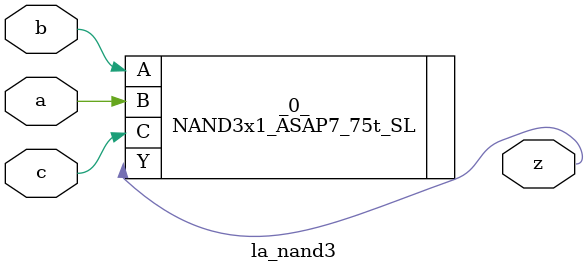
<source format=v>

/* Generated by Yosys 0.37 (git sha1 a5c7f69ed, clang 14.0.0-1ubuntu1.1 -fPIC -Os) */

module la_nand3(a, b, c, z);
  input a;
  wire a;
  input b;
  wire b;
  input c;
  wire c;
  output z;
  wire z;
  NAND3x1_ASAP7_75t_SL _0_ (
    .A(b),
    .B(a),
    .C(c),
    .Y(z)
  );
endmodule

</source>
